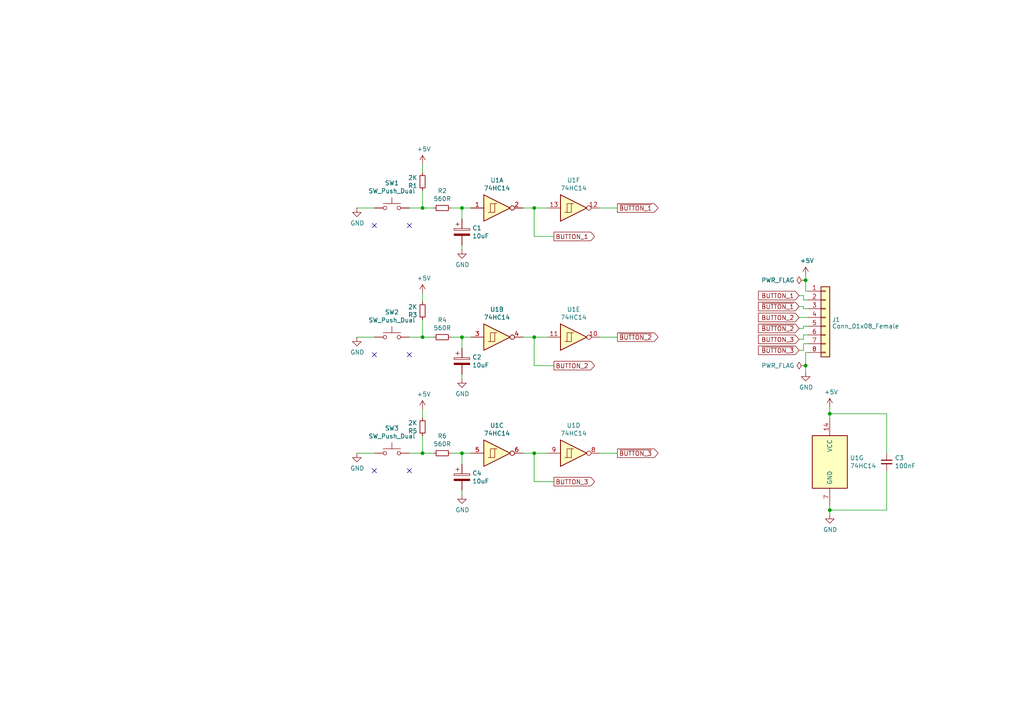
<source format=kicad_sch>
(kicad_sch (version 20211123) (generator eeschema)
  (paper "A4")
  (lib_symbols
    (symbol "74xx:74HC14" (pin_names (offset 1.016))
      (property "Reference" "U" (at 0 1.27 0))
      (property "Value" "74HC14" (at 0 -1.27 0))
      (symbol "74HC14_1_0"
        (polyline (pts (xy -3.81 3.81) (xy -3.81 -3.81) (xy 3.81 0) (xy -3.81 3.81)) (stroke (width 0.254)) (fill (type background)))
        (pin input line (at -7.62 0 0) (length 3.81) (name "~") (number "1"))
        (pin output inverted (at 7.62 0 180) (length 3.81) (name "~") (number "2"))
      )
      (symbol "74HC14_1_1"
        (polyline (pts (xy -1.905 -1.27) (xy -1.905 1.27) (xy -0.635 1.27)))
        (polyline (pts (xy -2.54 -1.27) (xy -0.635 -1.27) (xy -0.635 1.27) (xy 0 1.27)))
      )
      (symbol "74HC14_2_0"
        (polyline (pts (xy -3.81 3.81) (xy -3.81 -3.81) (xy 3.81 0) (xy -3.81 3.81)) (stroke (width 0.254)) (fill (type background)))
        (pin input line (at -7.62 0 0) (length 3.81) (name "~") (number "3"))
        (pin output inverted (at 7.62 0 180) (length 3.81) (name "~") (number "4"))
      )
      (symbol "74HC14_2_1"
        (polyline (pts (xy -1.905 -1.27) (xy -1.905 1.27) (xy -0.635 1.27)))
        (polyline (pts (xy -2.54 -1.27) (xy -0.635 -1.27) (xy -0.635 1.27) (xy 0 1.27)))
      )
      (symbol "74HC14_3_0"
        (polyline (pts (xy -3.81 3.81) (xy -3.81 -3.81) (xy 3.81 0) (xy -3.81 3.81)) (stroke (width 0.254)) (fill (type background)))
        (pin input line (at -7.62 0 0) (length 3.81) (name "~") (number "5"))
        (pin output inverted (at 7.62 0 180) (length 3.81) (name "~") (number "6"))
      )
      (symbol "74HC14_3_1"
        (polyline (pts (xy -1.905 -1.27) (xy -1.905 1.27) (xy -0.635 1.27)))
        (polyline (pts (xy -2.54 -1.27) (xy -0.635 -1.27) (xy -0.635 1.27) (xy 0 1.27)))
      )
      (symbol "74HC14_4_0"
        (polyline (pts (xy -3.81 3.81) (xy -3.81 -3.81) (xy 3.81 0) (xy -3.81 3.81)) (stroke (width 0.254)) (fill (type background)))
        (pin output inverted (at 7.62 0 180) (length 3.81) (name "~") (number "8"))
        (pin input line (at -7.62 0 0) (length 3.81) (name "~") (number "9"))
      )
      (symbol "74HC14_4_1"
        (polyline (pts (xy -1.905 -1.27) (xy -1.905 1.27) (xy -0.635 1.27)))
        (polyline (pts (xy -2.54 -1.27) (xy -0.635 -1.27) (xy -0.635 1.27) (xy 0 1.27)))
      )
      (symbol "74HC14_5_0"
        (polyline (pts (xy -3.81 3.81) (xy -3.81 -3.81) (xy 3.81 0) (xy -3.81 3.81)) (stroke (width 0.254)) (fill (type background)))
        (pin output inverted (at 7.62 0 180) (length 3.81) (name "~") (number "10"))
        (pin input line (at -7.62 0 0) (length 3.81) (name "~") (number "11"))
      )
      (symbol "74HC14_5_1"
        (polyline (pts (xy -1.905 -1.27) (xy -1.905 1.27) (xy -0.635 1.27)))
        (polyline (pts (xy -2.54 -1.27) (xy -0.635 -1.27) (xy -0.635 1.27) (xy 0 1.27)))
      )
      (symbol "74HC14_6_0"
        (polyline (pts (xy -3.81 3.81) (xy -3.81 -3.81) (xy 3.81 0) (xy -3.81 3.81)) (stroke (width 0.254)) (fill (type background)))
        (pin output inverted (at 7.62 0 180) (length 3.81) (name "~") (number "12"))
        (pin input line (at -7.62 0 0) (length 3.81) (name "~") (number "13"))
      )
      (symbol "74HC14_6_1"
        (polyline (pts (xy -1.905 -1.27) (xy -1.905 1.27) (xy -0.635 1.27)))
        (polyline (pts (xy -2.54 -1.27) (xy -0.635 -1.27) (xy -0.635 1.27) (xy 0 1.27)))
      )
      (symbol "74HC14_7_0"
        (pin power_in line (at 0 12.7 270) (length 5.08) (name "VCC") (number "14"))
        (pin power_in line (at 0 -12.7 90) (length 5.08) (name "GND") (number "7"))
      )
      (symbol "74HC14_7_1"
        (rectangle (start -5.08 7.62) (end 5.08 -7.62) (stroke (width 0.254)) (fill (type background)))
      )
    )
    (symbol "Connector_Generic:Conn_01x08" (pin_names (offset 1.016) hide)
      (property "Reference" "J" (at 0 10.16 0))
      (property "Value" "Conn_01x08" (at 0 -12.7 0))
      (symbol "Conn_01x08_1_1"
        (rectangle (start -1.27 -10.033) (end 0 -10.287) (stroke (width 0.1524)))
        (rectangle (start -1.27 -7.493) (end 0 -7.747) (stroke (width 0.1524)))
        (rectangle (start -1.27 -4.953) (end 0 -5.207) (stroke (width 0.1524)))
        (rectangle (start -1.27 -2.413) (end 0 -2.667) (stroke (width 0.1524)))
        (rectangle (start -1.27 0.127) (end 0 -0.127) (stroke (width 0.1524)))
        (rectangle (start -1.27 2.667) (end 0 2.413) (stroke (width 0.1524)))
        (rectangle (start -1.27 5.207) (end 0 4.953) (stroke (width 0.1524)))
        (rectangle (start -1.27 7.747) (end 0 7.493) (stroke (width 0.1524)))
        (rectangle (start -1.27 8.89) (end 1.27 -11.43) (stroke (width 0.254)) (fill (type background)))
        (pin passive line (at -5.08 7.62 0) (length 3.81) (name "Pin_1") (number "1"))
        (pin passive line (at -5.08 5.08 0) (length 3.81) (name "Pin_2") (number "2"))
        (pin passive line (at -5.08 2.54 0) (length 3.81) (name "Pin_3") (number "3"))
        (pin passive line (at -5.08 0 0) (length 3.81) (name "Pin_4") (number "4"))
        (pin passive line (at -5.08 -2.54 0) (length 3.81) (name "Pin_5") (number "5"))
        (pin passive line (at -5.08 -5.08 0) (length 3.81) (name "Pin_6") (number "6"))
        (pin passive line (at -5.08 -7.62 0) (length 3.81) (name "Pin_7") (number "7"))
        (pin passive line (at -5.08 -10.16 0) (length 3.81) (name "Pin_8") (number "8"))
      )
    )
    (symbol "Device:C_Polarized" (pin_numbers hide) (pin_names (offset 0.254))
      (property "Reference" "C" (at 0.635 2.54 0))
      (property "Value" "C_Polarized" (at 0.635 -2.54 0))
      (symbol "C_Polarized_0_1"
        (rectangle (start -2.286 0.508) (end 2.286 1.016))
        (polyline (pts (xy -1.778 2.286) (xy -0.762 2.286)))
        (polyline (pts (xy -1.27 2.794) (xy -1.27 1.778)))
        (rectangle (start 2.286 -0.508) (end -2.286 -1.016) (fill (type outline)))
      )
      (symbol "C_Polarized_1_1"
        (pin passive line (at 0 3.81 270) (length 2.794) (name "~") (number "1"))
        (pin passive line (at 0 -3.81 90) (length 2.794) (name "~") (number "2"))
      )
    )
    (symbol "Device:C_Small" (pin_numbers hide) (pin_names (offset 0.254) hide)
      (property "Reference" "C" (at 0.254 1.778 0))
      (property "Value" "C_Small" (at 0.254 -2.032 0))
      (symbol "C_Small_0_1"
        (polyline (pts (xy -1.524 -0.508) (xy 1.524 -0.508)) (stroke (width 0.3302)))
        (polyline (pts (xy -1.524 0.508) (xy 1.524 0.508)) (stroke (width 0.3048)))
      )
      (symbol "C_Small_1_1"
        (pin passive line (at 0 2.54 270) (length 2.032) (name "~") (number "1"))
        (pin passive line (at 0 -2.54 90) (length 2.032) (name "~") (number "2"))
      )
    )
    (symbol "Device:R_Small" (pin_numbers hide) (pin_names (offset 0.254) hide)
      (property "Reference" "R" (at 0.762 0.508 0))
      (property "Value" "R_Small" (at 0.762 -1.016 0))
      (symbol "R_Small_0_1"
        (rectangle (start -0.762 1.778) (end 0.762 -1.778) (stroke (width 0.2032)))
      )
      (symbol "R_Small_1_1"
        (pin passive line (at 0 2.54 270) (length 0.762) (name "~") (number "1"))
        (pin passive line (at 0 -2.54 90) (length 0.762) (name "~") (number "2"))
      )
    )
    (symbol "Switch:SW_Push" (pin_numbers hide) (pin_names (offset 1.016) hide)
      (property "Reference" "SW" (at 1.27 2.54 0))
      (property "Value" "SW_Push" (at 0 -1.524 0))
      (symbol "SW_Push_0_1"
        (circle (center -2.032 0) (radius 0.508))
        (polyline (pts (xy 0 1.27) (xy 0 3.048)))
        (polyline (pts (xy 2.54 1.27) (xy -2.54 1.27)))
        (circle (center 2.032 0) (radius 0.508))
        (pin passive line (at -5.08 0 0) (length 2.54) (name "1") (number "1"))
        (pin passive line (at 5.08 0 180) (length 2.54) (name "2") (number "2"))
      )
    )
    (symbol "power:+5V" (power) (pin_names (offset 0))
      (property "Value" "+5V" (at 0 3.556 0))
      (symbol "+5V_0_1"
        (polyline (pts (xy -0.762 1.27) (xy 0 2.54)))
        (polyline (pts (xy 0 0) (xy 0 2.54)))
        (polyline (pts (xy 0 2.54) (xy 0.762 1.27)))
      )
      (symbol "+5V_1_1"
        (pin power_in line (at 0 0 90) (length 0) hide (name "+5V") (number "1"))
      )
    )
    (symbol "power:GND" (power) (pin_names (offset 0))
      (property "Value" "GND" (at 0 -3.81 0))
      (symbol "GND_0_1"
        (polyline (pts (xy 0 0) (xy 0 -1.27) (xy 1.27 -1.27) (xy 0 -2.54) (xy -1.27 -1.27) (xy 0 -1.27)))
      )
      (symbol "GND_1_1"
        (pin power_in line (at 0 0 270) (length 0) hide (name "GND") (number "1"))
      )
    )
    (symbol "power:PWR_FLAG" (power) (pin_numbers hide) (pin_names (offset 0) hide)
      (property "Value" "PWR_FLAG" (at 0 3.81 0))
      (symbol "PWR_FLAG_0_0"
        (pin power_out line (at 0 0 90) (length 0) (name "pwr") (number "1"))
      )
      (symbol "PWR_FLAG_0_1"
        (polyline (pts (xy 0 0) (xy 0 1.27) (xy -1.016 1.905) (xy 0 2.54) (xy 1.016 1.905) (xy 0 1.27)))
      )
    )
  )
  (junction (at 133.985 97.79))
  (junction (at 240.665 147.955))
  (junction (at 240.665 120.015))
  (junction (at 233.68 81.28))
  (junction (at 122.555 131.445))
  (junction (at 122.555 97.79))
  (junction (at 154.94 60.325))
  (junction (at 154.94 131.445))
  (junction (at 133.985 60.325))
  (junction (at 122.555 60.325))
  (junction (at 133.985 131.445))
  (junction (at 233.68 106.045))
  (junction (at 154.94 97.79))
  (no_connect (at 108.585 102.87))
  (no_connect (at 118.745 102.87))
  (no_connect (at 108.585 65.405))
  (no_connect (at 118.745 65.405))
  (no_connect (at 118.745 136.525))
  (no_connect (at 108.585 136.525))
  (wire (pts (xy 233.045 88.9) (xy 233.045 89.535)))
  (wire (pts (xy 118.745 97.79) (xy 122.555 97.79)))
  (wire (pts (xy 122.555 92.71) (xy 122.555 97.79)))
  (wire (pts (xy 133.985 142.24) (xy 133.985 143.51)))
  (wire (pts (xy 173.99 60.325) (xy 179.07 60.325)))
  (wire (pts (xy 130.81 60.325) (xy 133.985 60.325)))
  (wire (pts (xy 122.555 55.245) (xy 122.555 60.325)))
  (wire (pts (xy 133.985 131.445) (xy 136.525 131.445)))
  (wire (pts (xy 130.81 97.79) (xy 133.985 97.79)))
  (wire (pts (xy 122.555 47.625) (xy 122.555 50.165)))
  (wire (pts (xy 233.68 102.235) (xy 233.68 106.045)))
  (wire (pts (xy 233.045 95.25) (xy 233.045 94.615)))
  (wire (pts (xy 240.665 120.015) (xy 240.665 121.285)))
  (wire (pts (xy 154.94 60.325) (xy 158.75 60.325)))
  (wire (pts (xy 233.68 84.455) (xy 233.68 81.28)))
  (wire (pts (xy 233.045 86.995) (xy 234.315 86.995)))
  (wire (pts (xy 231.775 98.425) (xy 233.045 98.425)))
  (wire (pts (xy 154.94 97.79) (xy 158.75 97.79)))
  (wire (pts (xy 133.985 63.5) (xy 133.985 60.325)))
  (wire (pts (xy 154.94 131.445) (xy 154.94 139.7)))
  (wire (pts (xy 122.555 60.325) (xy 125.73 60.325)))
  (wire (pts (xy 133.985 108.585) (xy 133.985 109.855)))
  (wire (pts (xy 122.555 126.365) (xy 122.555 131.445)))
  (wire (pts (xy 154.94 139.7) (xy 160.655 139.7)))
  (wire (pts (xy 103.505 60.325) (xy 108.585 60.325)))
  (wire (pts (xy 231.775 92.075) (xy 234.315 92.075)))
  (wire (pts (xy 154.94 97.79) (xy 154.94 106.045)))
  (wire (pts (xy 234.315 102.235) (xy 233.68 102.235)))
  (wire (pts (xy 231.775 95.25) (xy 233.045 95.25)))
  (wire (pts (xy 233.045 101.6) (xy 233.045 99.695)))
  (wire (pts (xy 233.68 106.045) (xy 233.68 107.95)))
  (wire (pts (xy 233.045 85.725) (xy 233.045 86.995)))
  (wire (pts (xy 240.665 146.685) (xy 240.665 147.955)))
  (wire (pts (xy 103.505 97.79) (xy 108.585 97.79)))
  (wire (pts (xy 231.775 85.725) (xy 233.045 85.725)))
  (wire (pts (xy 233.045 89.535) (xy 234.315 89.535)))
  (wire (pts (xy 173.99 131.445) (xy 179.07 131.445)))
  (wire (pts (xy 122.555 131.445) (xy 125.73 131.445)))
  (wire (pts (xy 233.045 99.695) (xy 234.315 99.695)))
  (wire (pts (xy 151.765 97.79) (xy 154.94 97.79)))
  (wire (pts (xy 240.665 118.11) (xy 240.665 120.015)))
  (wire (pts (xy 118.745 131.445) (xy 122.555 131.445)))
  (wire (pts (xy 257.175 120.015) (xy 257.175 131.445)))
  (wire (pts (xy 122.555 85.09) (xy 122.555 87.63)))
  (wire (pts (xy 133.985 60.325) (xy 136.525 60.325)))
  (wire (pts (xy 103.505 131.445) (xy 108.585 131.445)))
  (wire (pts (xy 133.985 134.62) (xy 133.985 131.445)))
  (wire (pts (xy 231.775 88.9) (xy 233.045 88.9)))
  (wire (pts (xy 240.665 147.955) (xy 240.665 149.225)))
  (wire (pts (xy 133.985 100.965) (xy 133.985 97.79)))
  (wire (pts (xy 233.045 94.615) (xy 234.315 94.615)))
  (wire (pts (xy 233.68 81.28) (xy 233.68 80.01)))
  (wire (pts (xy 233.045 98.425) (xy 233.045 97.155)))
  (wire (pts (xy 151.765 131.445) (xy 154.94 131.445)))
  (wire (pts (xy 154.94 106.045) (xy 160.655 106.045)))
  (wire (pts (xy 234.315 84.455) (xy 233.68 84.455)))
  (wire (pts (xy 122.555 118.745) (xy 122.555 121.285)))
  (wire (pts (xy 154.94 131.445) (xy 158.75 131.445)))
  (wire (pts (xy 233.045 97.155) (xy 234.315 97.155)))
  (wire (pts (xy 133.985 71.12) (xy 133.985 72.39)))
  (wire (pts (xy 240.665 120.015) (xy 257.175 120.015)))
  (wire (pts (xy 154.94 68.58) (xy 160.655 68.58)))
  (wire (pts (xy 118.745 60.325) (xy 122.555 60.325)))
  (wire (pts (xy 231.775 101.6) (xy 233.045 101.6)))
  (wire (pts (xy 257.175 147.955) (xy 240.665 147.955)))
  (wire (pts (xy 130.81 131.445) (xy 133.985 131.445)))
  (wire (pts (xy 133.985 97.79) (xy 136.525 97.79)))
  (wire (pts (xy 122.555 97.79) (xy 125.73 97.79)))
  (wire (pts (xy 154.94 60.325) (xy 154.94 68.58)))
  (wire (pts (xy 173.99 97.79) (xy 179.07 97.79)))
  (wire (pts (xy 257.175 136.525) (xy 257.175 147.955)))
  (wire (pts (xy 151.765 60.325) (xy 154.94 60.325)))
  (global_label "~{BUTTON_2}" (shape output) (at 179.07 97.79 0) (property "Intersheet References" "${INTERSHEET_REFS}" (effects hide)))
  (global_label "~{BUTTON_2}" (shape input) (at 231.775 95.25 180) (property "Intersheet References" "${INTERSHEET_REFS}" (effects hide)))
  (global_label "~{BUTTON_3}" (shape output) (at 179.07 131.445 0) (property "Intersheet References" "${INTERSHEET_REFS}" (effects hide)))
  (global_label "~{BUTTON_3}" (shape input) (at 231.775 101.6 180) (property "Intersheet References" "${INTERSHEET_REFS}" (effects hide)))
  (global_label "BUTTON_1" (shape output) (at 160.655 68.58 0) (property "Intersheet References" "${INTERSHEET_REFS}" (effects hide)))
  (global_label "BUTTON_3" (shape output) (at 160.655 139.7 0) (property "Intersheet References" "${INTERSHEET_REFS}" (effects hide)))
  (global_label "~{BUTTON_1}" (shape input) (at 231.775 88.9 180) (property "Intersheet References" "${INTERSHEET_REFS}" (effects hide)))
  (global_label "BUTTON_2" (shape input) (at 231.775 92.075 180) (property "Intersheet References" "${INTERSHEET_REFS}" (effects hide)))
  (global_label "BUTTON_3" (shape input) (at 231.775 98.425 180) (property "Intersheet References" "${INTERSHEET_REFS}" (effects hide)))
  (global_label "BUTTON_1" (shape input) (at 231.775 85.725 180) (property "Intersheet References" "${INTERSHEET_REFS}" (effects hide)))
  (global_label "~{BUTTON_1}" (shape output) (at 179.07 60.325 0) (property "Intersheet References" "${INTERSHEET_REFS}" (effects hide)))
  (global_label "BUTTON_2" (shape output) (at 160.655 106.045 0) (property "Intersheet References" "${INTERSHEET_REFS}" (effects hide)))
  (symbol (lib_id "74xx:74HC14") (at 144.145 60.325 0) (unit 1)
    (property "Reference" "U1" (at 144.145 52.2732 0))
    (property "Value" "74HC14" (at 144.145 54.5846 0))
    (property "Footprint" "Package_DIP:DIP-14_W7.62mm" (effects hide))
    (property "Datasheet" "http://www.ti.com/lit/gpn/sn74HC14" (effects hide))
  )
  (symbol (lib_id "74xx:74HC14") (at 144.145 97.79 0) (unit 2)
    (property "Reference" "U1" (at 144.145 89.7382 0))
    (property "Value" "74HC14" (at 144.145 92.0496 0))
    (property "Footprint" "Package_DIP:DIP-14_W7.62mm" (effects hide))
    (property "Datasheet" "http://www.ti.com/lit/gpn/sn74HC14" (effects hide))
  )
  (symbol (lib_id "74xx:74HC14") (at 144.145 131.445 0) (unit 3)
    (property "Reference" "U1" (at 144.145 123.3932 0))
    (property "Value" "74HC14" (at 144.145 125.7046 0))
    (property "Footprint" "Package_DIP:DIP-14_W7.62mm" (effects hide))
    (property "Datasheet" "http://www.ti.com/lit/gpn/sn74HC14" (effects hide))
  )
  (symbol (lib_id "74xx:74HC14") (at 166.37 131.445 0) (unit 4)
    (property "Reference" "U1" (at 166.37 123.3932 0))
    (property "Value" "74HC14" (at 166.37 125.7046 0))
    (property "Footprint" "Package_DIP:DIP-14_W7.62mm" (effects hide))
    (property "Datasheet" "http://www.ti.com/lit/gpn/sn74HC14" (effects hide))
  )
  (symbol (lib_id "74xx:74HC14") (at 166.37 97.79 0) (unit 5)
    (property "Reference" "U1" (at 166.37 89.7382 0))
    (property "Value" "74HC14" (at 166.37 92.0496 0))
    (property "Footprint" "Package_DIP:DIP-14_W7.62mm" (effects hide))
    (property "Datasheet" "http://www.ti.com/lit/gpn/sn74HC14" (effects hide))
  )
  (symbol (lib_id "74xx:74HC14") (at 166.37 60.325 0) (unit 6)
    (property "Reference" "U1" (at 166.37 52.2732 0))
    (property "Value" "74HC14" (at 166.37 54.5846 0))
    (property "Footprint" "Package_DIP:DIP-14_W7.62mm" (effects hide))
    (property "Datasheet" "http://www.ti.com/lit/gpn/sn74HC14" (effects hide))
  )
  (symbol (lib_id "74xx:74HC14") (at 240.665 133.985 0) (unit 7)
    (property "Reference" "U1" (at 246.507 132.8166 0) (effects (justify left)))
    (property "Value" "74HC14" (at 246.507 135.128 0) (effects (justify left)))
    (property "Footprint" "Package_DIP:DIP-14_W7.62mm" (effects hide))
    (property "Datasheet" "http://www.ti.com/lit/gpn/sn74HC14" (effects hide))
  )
  (symbol (lib_id "Switch:SW_Push") (at 113.665 60.325 0) (unit 1)
    (property "Reference" "SW1" (at 113.665 53.086 0))
    (property "Value" "SW_Push_Dual" (at 113.665 55.3974 0))
    (property "Footprint" "Button_Switch_THT:SW_PUSH-12mm" (effects hide))
  )
  (symbol (lib_id "power:+5V") (at 122.555 47.625 0) (unit 1)
    (property "Reference" "#PWR0102" (effects hide))
    (property "Value" "+5V" (at 122.936 43.2308 0))
  )
  (symbol (lib_id "Device:R_Small") (at 128.27 60.325 270) (unit 1)
    (property "Reference" "R2" (at 128.27 55.3466 90))
    (property "Value" "560R" (at 128.27 57.658 90))
    (property "Footprint" "Resistor_THT:R_Axial_DIN0207_L6.3mm_D2.5mm_P7.62mm_Horizontal" (effects hide))
  )
  (symbol (lib_id "Device:R_Small") (at 122.555 52.705 180) (unit 1)
    (property "Reference" "R1" (at 121.0564 53.8734 0) (effects (justify left)))
    (property "Value" "2K" (at 121.0564 51.562 0) (effects (justify left)))
    (property "Footprint" "Resistor_THT:R_Axial_DIN0207_L6.3mm_D2.5mm_P7.62mm_Horizontal" (effects hide))
  )
  (symbol (lib_id "power:GND") (at 103.505 60.325 0) (unit 1)
    (property "Reference" "#PWR0103" (effects hide))
    (property "Value" "GND" (at 103.632 64.7192 0))
  )
  (symbol (lib_id "Device:C_Polarized") (at 133.985 67.31 0) (unit 1)
    (property "Reference" "C1" (at 136.9822 66.1416 0) (effects (justify left)))
    (property "Value" "10uF" (at 136.9822 68.453 0) (effects (justify left)))
    (property "Footprint" "Capacitor_THT:CP_Radial_D5.0mm_P2.50mm" (effects hide))
  )
  (symbol (lib_id "power:GND") (at 133.985 72.39 0) (unit 1)
    (property "Reference" "#PWR0101" (effects hide))
    (property "Value" "GND" (at 134.112 76.7842 0))
  )
  (symbol (lib_id "Connector_Generic:Conn_01x08") (at 239.395 92.075 0) (unit 1)
    (property "Reference" "J1" (at 241.3 92.71 0) (effects (justify left)))
    (property "Value" "Conn_01x08_Female" (at 241.3 94.615 0) (effects (justify left)))
    (property "Footprint" "Connector_PinHeader_2.54mm:PinHeader_1x08_P2.54mm_Vertical" (effects hide))
  )
  (symbol (lib_id "power:GND") (at 133.985 109.855 0) (unit 1)
    (property "Reference" "#PWR0104" (effects hide))
    (property "Value" "GND" (at 134.112 114.2492 0))
  )
  (symbol (lib_id "Switch:SW_Push") (at 113.665 97.79 0) (unit 1)
    (property "Reference" "SW2" (at 113.665 90.551 0))
    (property "Value" "SW_Push_Dual" (at 113.665 92.8624 0))
    (property "Footprint" "Button_Switch_THT:SW_PUSH-12mm" (effects hide))
  )
  (symbol (lib_id "power:+5V") (at 122.555 85.09 0) (unit 1)
    (property "Reference" "#PWR0105" (effects hide))
    (property "Value" "+5V" (at 122.936 80.6958 0))
  )
  (symbol (lib_id "power:GND") (at 103.505 97.79 0) (unit 1)
    (property "Reference" "#PWR0106" (effects hide))
    (property "Value" "GND" (at 103.632 102.1842 0))
  )
  (symbol (lib_id "Device:R_Small") (at 122.555 90.17 180) (unit 1)
    (property "Reference" "R3" (at 121.0564 91.3384 0) (effects (justify left)))
    (property "Value" "2K" (at 121.0564 89.027 0) (effects (justify left)))
    (property "Footprint" "Resistor_THT:R_Axial_DIN0207_L6.3mm_D2.5mm_P7.62mm_Horizontal" (effects hide))
  )
  (symbol (lib_id "Device:C_Polarized") (at 133.985 104.775 0) (unit 1)
    (property "Reference" "C2" (at 136.9822 103.6066 0) (effects (justify left)))
    (property "Value" "10uF" (at 136.9822 105.918 0) (effects (justify left)))
    (property "Footprint" "Capacitor_THT:CP_Radial_D5.0mm_P2.50mm" (effects hide))
  )
  (symbol (lib_id "Device:R_Small") (at 128.27 97.79 270) (unit 1)
    (property "Reference" "R4" (at 128.27 92.8116 90))
    (property "Value" "560R" (at 128.27 95.123 90))
    (property "Footprint" "Resistor_THT:R_Axial_DIN0207_L6.3mm_D2.5mm_P7.62mm_Horizontal" (effects hide))
  )
  (symbol (lib_id "power:GND") (at 133.985 143.51 0) (unit 1)
    (property "Reference" "#PWR0107" (effects hide))
    (property "Value" "GND" (at 134.112 147.9042 0))
  )
  (symbol (lib_id "Switch:SW_Push") (at 113.665 131.445 0) (unit 1)
    (property "Reference" "SW3" (at 113.665 124.206 0))
    (property "Value" "SW_Push_Dual" (at 113.665 126.5174 0))
    (property "Footprint" "Button_Switch_THT:SW_PUSH-12mm" (effects hide))
  )
  (symbol (lib_id "power:+5V") (at 122.555 118.745 0) (unit 1)
    (property "Reference" "#PWR0108" (effects hide))
    (property "Value" "+5V" (at 122.936 114.3508 0))
  )
  (symbol (lib_id "power:GND") (at 103.505 131.445 0) (unit 1)
    (property "Reference" "#PWR0109" (effects hide))
    (property "Value" "GND" (at 103.632 135.8392 0))
  )
  (symbol (lib_id "Device:R_Small") (at 122.555 123.825 180) (unit 1)
    (property "Reference" "R5" (at 121.0564 124.9934 0) (effects (justify left)))
    (property "Value" "2K" (at 121.0564 122.682 0) (effects (justify left)))
    (property "Footprint" "Resistor_THT:R_Axial_DIN0207_L6.3mm_D2.5mm_P7.62mm_Horizontal" (effects hide))
  )
  (symbol (lib_id "Device:C_Polarized") (at 133.985 138.43 0) (unit 1)
    (property "Reference" "C4" (at 136.9822 137.2616 0) (effects (justify left)))
    (property "Value" "10uF" (at 136.9822 139.573 0) (effects (justify left)))
    (property "Footprint" "Capacitor_THT:CP_Radial_D5.0mm_P2.50mm" (effects hide))
  )
  (symbol (lib_id "Device:R_Small") (at 128.27 131.445 270) (unit 1)
    (property "Reference" "R6" (at 128.27 126.4666 90))
    (property "Value" "560R" (at 128.27 128.778 90))
    (property "Footprint" "Resistor_THT:R_Axial_DIN0207_L6.3mm_D2.5mm_P7.62mm_Horizontal" (effects hide))
  )
  (symbol (lib_id "power:GND") (at 240.665 149.225 0) (unit 1)
    (property "Reference" "#PWR0110" (effects hide))
    (property "Value" "GND" (at 240.792 153.6192 0))
  )
  (symbol (lib_id "power:+5V") (at 240.665 118.11 0) (unit 1)
    (property "Reference" "#PWR0111" (effects hide))
    (property "Value" "+5V" (at 241.046 113.7158 0))
  )
  (symbol (lib_id "Device:C_Small") (at 257.175 133.985 0) (unit 1)
    (property "Reference" "C3" (at 259.5118 132.8166 0) (effects (justify left)))
    (property "Value" "100nF" (at 259.5118 135.128 0) (effects (justify left)))
    (property "Footprint" "Capacitor_THT:C_Disc_D5.0mm_W2.5mm_P2.50mm" (effects hide))
  )
  (symbol (lib_id "power:PWR_FLAG") (at 233.68 81.28 90) (unit 1)
    (property "Reference" "#FLG0101" (effects hide))
    (property "Value" "PWR_FLAG" (at 230.4542 81.28 90) (effects (justify left)))
  )
  (symbol (lib_id "power:+5V") (at 233.68 80.01 0) (unit 1)
    (property "Reference" "#PWR0112" (effects hide))
    (property "Value" "+5V" (at 234.061 75.6158 0))
  )
  (symbol (lib_id "power:GND") (at 233.68 107.95 0) (unit 1)
    (property "Reference" "#PWR0113" (effects hide))
    (property "Value" "GND" (at 233.807 112.3442 0))
  )
  (symbol (lib_id "power:PWR_FLAG") (at 233.68 106.045 90) (unit 1)
    (property "Reference" "#FLG0102" (effects hide))
    (property "Value" "PWR_FLAG" (at 230.4542 106.045 90) (effects (justify left)))
  )
)
</source>
